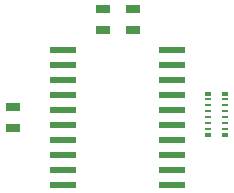
<source format=gtp>
G75*
G70*
%OFA0B0*%
%FSLAX24Y24*%
%IPPOS*%
%LPD*%
%AMOC8*
5,1,8,0,0,1.08239X$1,22.5*
%
%ADD10R,0.0870X0.0240*%
%ADD11R,0.0197X0.0150*%
%ADD12R,0.0197X0.0098*%
%ADD13R,0.0472X0.0315*%
D10*
X006031Y004736D03*
X006031Y005236D03*
X006031Y005736D03*
X006031Y006236D03*
X006031Y006736D03*
X006031Y007236D03*
X006031Y007736D03*
X006031Y008236D03*
X006031Y008736D03*
X006031Y009236D03*
X009681Y009236D03*
X009681Y008736D03*
X009681Y008236D03*
X009681Y007736D03*
X009681Y007236D03*
X009681Y006736D03*
X009681Y006236D03*
X009681Y005736D03*
X009681Y005236D03*
X009671Y004736D03*
D11*
X010858Y006399D03*
X011448Y006399D03*
X011448Y007777D03*
X010858Y007777D03*
D12*
X010858Y007580D03*
X010858Y007383D03*
X010858Y007187D03*
X010858Y006990D03*
X010858Y006793D03*
X010858Y006596D03*
X011448Y006596D03*
X011448Y006793D03*
X011448Y006990D03*
X011448Y007187D03*
X011448Y007383D03*
X011448Y007580D03*
D13*
X008356Y009881D03*
X008356Y010590D03*
X007356Y010590D03*
X007356Y009881D03*
X004356Y007340D03*
X004356Y006631D03*
M02*

</source>
